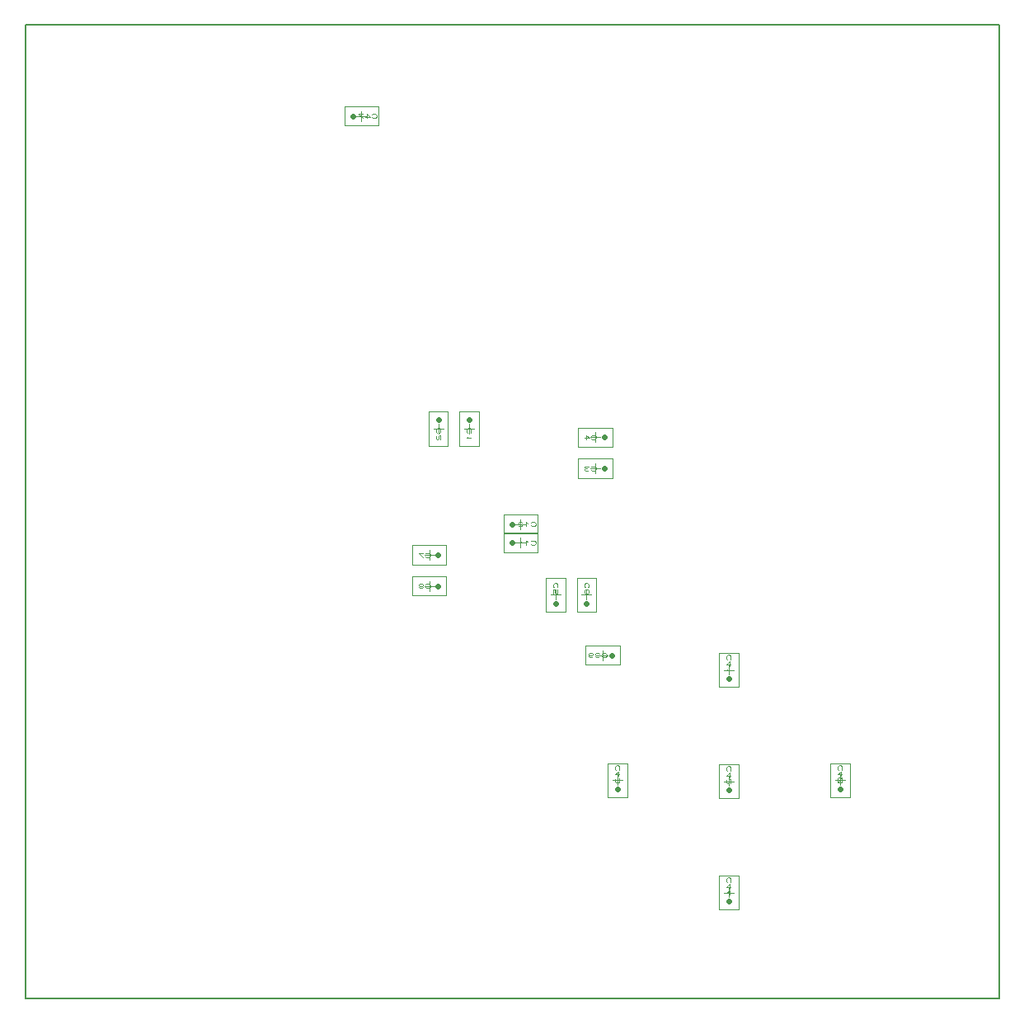
<source format=gbr>
G04 PROTEUS RS274X GERBER FILE*
%FSLAX45Y45*%
%MOMM*%
G01*
%ADD50C,0.203200*%
%ADD100C,0.050000*%
%ADD129C,0.579120*%
%ADD130C,0.072740*%
D50*
X-5000000Y-5000000D02*
X+5000000Y-5000000D01*
X+5000000Y+5000000D01*
X-5000000Y+5000000D01*
X-5000000Y-5000000D01*
D100*
X-344500Y+1027000D02*
X-344500Y+677000D01*
X-544500Y+677000D01*
X-544500Y+1027000D01*
X-344500Y+1027000D01*
X-494500Y+852000D02*
X-394500Y+852000D01*
X-444500Y+802000D02*
X-444500Y+902000D01*
D129*
X-444500Y+942000D02*
X-444500Y+942000D01*
D130*
X-429952Y+810139D02*
X-422678Y+818322D01*
X-422678Y+842872D01*
X-437226Y+859238D01*
X-451774Y+859238D01*
X-466322Y+842872D01*
X-466322Y+818322D01*
X-459048Y+810139D01*
X-451774Y+777406D02*
X-466322Y+761039D01*
X-422678Y+761039D01*
D100*
X-659500Y+1027000D02*
X-659500Y+677000D01*
X-859500Y+677000D01*
X-859500Y+1027000D01*
X-659500Y+1027000D01*
X-809500Y+852000D02*
X-709500Y+852000D01*
X-759500Y+802000D02*
X-759500Y+902000D01*
D129*
X-759500Y+942000D02*
X-759500Y+942000D01*
D130*
X-744952Y+810139D02*
X-737678Y+818322D01*
X-737678Y+842872D01*
X-752226Y+859238D01*
X-766774Y+859238D01*
X-781322Y+842872D01*
X-781322Y+818322D01*
X-774048Y+810139D01*
X-774048Y+785589D02*
X-781322Y+777406D01*
X-781322Y+752856D01*
X-774048Y+744673D01*
X-766774Y+744673D01*
X-759500Y+752856D01*
X-759500Y+777406D01*
X-752226Y+785589D01*
X-737678Y+785589D01*
X-737678Y+744673D01*
D100*
X+1027000Y+344500D02*
X+677000Y+344500D01*
X+677000Y+544500D01*
X+1027000Y+544500D01*
X+1027000Y+344500D01*
X+852000Y+494500D02*
X+852000Y+394500D01*
X+802000Y+444500D02*
X+902000Y+444500D01*
D129*
X+942000Y+444500D02*
X+942000Y+444500D01*
D130*
X+810139Y+429952D02*
X+818322Y+422678D01*
X+842872Y+422678D01*
X+859238Y+437226D01*
X+859238Y+451774D01*
X+842872Y+466322D01*
X+818322Y+466322D01*
X+810139Y+459048D01*
X+785589Y+459048D02*
X+777406Y+466322D01*
X+752856Y+466322D01*
X+744673Y+459048D01*
X+744673Y+451774D01*
X+752856Y+444500D01*
X+744673Y+437226D01*
X+744673Y+429952D01*
X+752856Y+422678D01*
X+777406Y+422678D01*
X+785589Y+429952D01*
X+769223Y+444500D02*
X+752856Y+444500D01*
D100*
X+1027000Y+664500D02*
X+677000Y+664500D01*
X+677000Y+864500D01*
X+1027000Y+864500D01*
X+1027000Y+664500D01*
X+852000Y+814500D02*
X+852000Y+714500D01*
X+802000Y+764500D02*
X+902000Y+764500D01*
D129*
X+942000Y+764500D02*
X+942000Y+764500D01*
D130*
X+810139Y+749952D02*
X+818322Y+742678D01*
X+842872Y+742678D01*
X+859238Y+757226D01*
X+859238Y+771774D01*
X+842872Y+786322D01*
X+818322Y+786322D01*
X+810139Y+779048D01*
X+744673Y+757226D02*
X+793772Y+757226D01*
X+761039Y+786322D01*
X+761039Y+742678D01*
D100*
X+344500Y-1027000D02*
X+344500Y-677000D01*
X+544500Y-677000D01*
X+544500Y-1027000D01*
X+344500Y-1027000D01*
X+494500Y-852000D02*
X+394500Y-852000D01*
X+444500Y-802000D02*
X+444500Y-902000D01*
D129*
X+444500Y-942000D02*
X+444500Y-942000D01*
D130*
X+459048Y-777405D02*
X+466322Y-769222D01*
X+466322Y-744672D01*
X+451774Y-728306D01*
X+437226Y-728306D01*
X+422678Y-744672D01*
X+422678Y-769222D01*
X+429952Y-777405D01*
X+422678Y-842871D02*
X+422678Y-801955D01*
X+437226Y-801955D01*
X+437226Y-834688D01*
X+444500Y-842871D01*
X+459048Y-842871D01*
X+466322Y-834688D01*
X+466322Y-810138D01*
X+459048Y-801955D01*
D100*
X+662000Y-1027000D02*
X+662000Y-677000D01*
X+862000Y-677000D01*
X+862000Y-1027000D01*
X+662000Y-1027000D01*
X+812000Y-852000D02*
X+712000Y-852000D01*
X+762000Y-802000D02*
X+762000Y-902000D01*
D129*
X+762000Y-942000D02*
X+762000Y-942000D01*
D130*
X+776548Y-777405D02*
X+783822Y-769222D01*
X+783822Y-744672D01*
X+769274Y-728306D01*
X+754726Y-728306D01*
X+740178Y-744672D01*
X+740178Y-769222D01*
X+747452Y-777405D01*
X+747452Y-842871D02*
X+740178Y-834688D01*
X+740178Y-810138D01*
X+747452Y-801955D01*
X+776548Y-801955D01*
X+783822Y-810138D01*
X+783822Y-834688D01*
X+776548Y-842871D01*
X+769274Y-842871D01*
X+762000Y-834688D01*
X+762000Y-801955D01*
D100*
X-677000Y-544500D02*
X-1027000Y-544500D01*
X-1027000Y-344500D01*
X-677000Y-344500D01*
X-677000Y-544500D01*
X-852000Y-394500D02*
X-852000Y-494500D01*
X-902000Y-444500D02*
X-802000Y-444500D01*
D129*
X-762000Y-444500D02*
X-762000Y-444500D01*
D130*
X-893861Y-459048D02*
X-885678Y-466322D01*
X-861128Y-466322D01*
X-844762Y-451774D01*
X-844762Y-437226D01*
X-861128Y-422678D01*
X-885678Y-422678D01*
X-893861Y-429952D01*
X-918411Y-422678D02*
X-959327Y-422678D01*
X-959327Y-429952D01*
X-918411Y-466322D01*
D100*
X-677000Y-862000D02*
X-1027000Y-862000D01*
X-1027000Y-662000D01*
X-677000Y-662000D01*
X-677000Y-862000D01*
X-852000Y-712000D02*
X-852000Y-812000D01*
X-902000Y-762000D02*
X-802000Y-762000D01*
D129*
X-762000Y-762000D02*
X-762000Y-762000D01*
D130*
X-893861Y-776548D02*
X-885678Y-783822D01*
X-861128Y-783822D01*
X-844762Y-769274D01*
X-844762Y-754726D01*
X-861128Y-740178D01*
X-885678Y-740178D01*
X-893861Y-747452D01*
X-926594Y-762000D02*
X-918411Y-754726D01*
X-918411Y-747452D01*
X-926594Y-740178D01*
X-951144Y-740178D01*
X-959327Y-747452D01*
X-959327Y-754726D01*
X-951144Y-762000D01*
X-926594Y-762000D01*
X-918411Y-769274D01*
X-918411Y-776548D01*
X-926594Y-783822D01*
X-951144Y-783822D01*
X-959327Y-776548D01*
X-959327Y-769274D01*
X-951144Y-762000D01*
D100*
X+3265500Y-2932000D02*
X+3265500Y-2582000D01*
X+3465500Y-2582000D01*
X+3465500Y-2932000D01*
X+3265500Y-2932000D01*
X+3415500Y-2757000D02*
X+3315500Y-2757000D01*
X+3365500Y-2707000D02*
X+3365500Y-2807000D01*
D129*
X+3365500Y-2847000D02*
X+3365500Y-2847000D01*
D130*
X+3380048Y-2649672D02*
X+3387322Y-2641489D01*
X+3387322Y-2616939D01*
X+3372774Y-2600573D01*
X+3358226Y-2600573D01*
X+3343678Y-2616939D01*
X+3343678Y-2641489D01*
X+3350952Y-2649672D01*
X+3372774Y-2715138D02*
X+3372774Y-2666039D01*
X+3343678Y-2698772D01*
X+3387322Y-2698772D01*
X+3380048Y-2731505D02*
X+3350952Y-2731505D01*
X+3343678Y-2739688D01*
X+3343678Y-2772421D01*
X+3350952Y-2780604D01*
X+3380048Y-2780604D01*
X+3387322Y-2772421D01*
X+3387322Y-2739688D01*
X+3380048Y-2731505D01*
X+3387322Y-2731505D02*
X+3343678Y-2780604D01*
D100*
X+2122500Y-1799500D02*
X+2122500Y-1449500D01*
X+2322500Y-1449500D01*
X+2322500Y-1799500D01*
X+2122500Y-1799500D01*
X+2272500Y-1624500D02*
X+2172500Y-1624500D01*
X+2222500Y-1574500D02*
X+2222500Y-1674500D01*
D129*
X+2222500Y-1714500D02*
X+2222500Y-1714500D01*
D130*
X+2237048Y-1517172D02*
X+2244322Y-1508989D01*
X+2244322Y-1484439D01*
X+2229774Y-1468073D01*
X+2215226Y-1468073D01*
X+2200678Y-1484439D01*
X+2200678Y-1508989D01*
X+2207952Y-1517172D01*
X+2229774Y-1582638D02*
X+2229774Y-1533539D01*
X+2200678Y-1566272D01*
X+2244322Y-1566272D01*
X+2215226Y-1615371D02*
X+2200678Y-1631738D01*
X+2244322Y-1631738D01*
D100*
X+2122500Y-2942500D02*
X+2122500Y-2592500D01*
X+2322500Y-2592500D01*
X+2322500Y-2942500D01*
X+2122500Y-2942500D01*
X+2272500Y-2767500D02*
X+2172500Y-2767500D01*
X+2222500Y-2717500D02*
X+2222500Y-2817500D01*
D129*
X+2222500Y-2857500D02*
X+2222500Y-2857500D01*
D130*
X+2237048Y-2660172D02*
X+2244322Y-2651989D01*
X+2244322Y-2627439D01*
X+2229774Y-2611073D01*
X+2215226Y-2611073D01*
X+2200678Y-2627439D01*
X+2200678Y-2651989D01*
X+2207952Y-2660172D01*
X+2229774Y-2725638D02*
X+2229774Y-2676539D01*
X+2200678Y-2709272D01*
X+2244322Y-2709272D01*
X+2207952Y-2750188D02*
X+2200678Y-2758371D01*
X+2200678Y-2782921D01*
X+2207952Y-2791104D01*
X+2215226Y-2791104D01*
X+2222500Y-2782921D01*
X+2222500Y-2758371D01*
X+2229774Y-2750188D01*
X+2244322Y-2750188D01*
X+2244322Y-2791104D01*
D100*
X+979500Y-2932000D02*
X+979500Y-2582000D01*
X+1179500Y-2582000D01*
X+1179500Y-2932000D01*
X+979500Y-2932000D01*
X+1129500Y-2757000D02*
X+1029500Y-2757000D01*
X+1079500Y-2707000D02*
X+1079500Y-2807000D01*
D129*
X+1079500Y-2847000D02*
X+1079500Y-2847000D01*
D130*
X+1094048Y-2649672D02*
X+1101322Y-2641489D01*
X+1101322Y-2616939D01*
X+1086774Y-2600573D01*
X+1072226Y-2600573D01*
X+1057678Y-2616939D01*
X+1057678Y-2641489D01*
X+1064952Y-2649672D01*
X+1086774Y-2715138D02*
X+1086774Y-2666039D01*
X+1057678Y-2698772D01*
X+1101322Y-2698772D01*
X+1064952Y-2739688D02*
X+1057678Y-2747871D01*
X+1057678Y-2772421D01*
X+1064952Y-2780604D01*
X+1072226Y-2780604D01*
X+1079500Y-2772421D01*
X+1086774Y-2780604D01*
X+1094048Y-2780604D01*
X+1101322Y-2772421D01*
X+1101322Y-2747871D01*
X+1094048Y-2739688D01*
X+1079500Y-2756054D02*
X+1079500Y-2772421D01*
D100*
X+2122500Y-4085500D02*
X+2122500Y-3735500D01*
X+2322500Y-3735500D01*
X+2322500Y-4085500D01*
X+2122500Y-4085500D01*
X+2272500Y-3910500D02*
X+2172500Y-3910500D01*
X+2222500Y-3860500D02*
X+2222500Y-3960500D01*
D129*
X+2222500Y-4000500D02*
X+2222500Y-4000500D01*
D130*
X+2237048Y-3803172D02*
X+2244322Y-3794989D01*
X+2244322Y-3770439D01*
X+2229774Y-3754073D01*
X+2215226Y-3754073D01*
X+2200678Y-3770439D01*
X+2200678Y-3794989D01*
X+2207952Y-3803172D01*
X+2229774Y-3868638D02*
X+2229774Y-3819539D01*
X+2200678Y-3852272D01*
X+2244322Y-3852272D01*
X+2229774Y-3934104D02*
X+2229774Y-3885005D01*
X+2200678Y-3917738D01*
X+2244322Y-3917738D01*
D100*
X+1103200Y-1573200D02*
X+753200Y-1573200D01*
X+753200Y-1373200D01*
X+1103200Y-1373200D01*
X+1103200Y-1573200D01*
X+928200Y-1423200D02*
X+928200Y-1523200D01*
X+878200Y-1473200D02*
X+978200Y-1473200D01*
D129*
X+1018200Y-1473200D02*
X+1018200Y-1473200D01*
D130*
X+919072Y-1487748D02*
X+927255Y-1495022D01*
X+951805Y-1495022D01*
X+968171Y-1480474D01*
X+968171Y-1465926D01*
X+951805Y-1451378D01*
X+927255Y-1451378D01*
X+919072Y-1458652D01*
X+894522Y-1458652D02*
X+886339Y-1451378D01*
X+861789Y-1451378D01*
X+853606Y-1458652D01*
X+853606Y-1465926D01*
X+861789Y-1473200D01*
X+853606Y-1480474D01*
X+853606Y-1487748D01*
X+861789Y-1495022D01*
X+886339Y-1495022D01*
X+894522Y-1487748D01*
X+878156Y-1473200D02*
X+861789Y-1473200D01*
X+788140Y-1465926D02*
X+796323Y-1473200D01*
X+820873Y-1473200D01*
X+829056Y-1465926D01*
X+829056Y-1458652D01*
X+820873Y-1451378D01*
X+796323Y-1451378D01*
X+788140Y-1458652D01*
X+788140Y-1487748D01*
X+796323Y-1495022D01*
X+820873Y-1495022D01*
D100*
X-90000Y-217500D02*
X+260000Y-217500D01*
X+260000Y-417500D01*
X-90000Y-417500D01*
X-90000Y-217500D01*
X+85000Y-367500D02*
X+85000Y-267500D01*
X+135000Y-317500D02*
X+35000Y-317500D01*
D129*
X-5000Y-317500D02*
X-5000Y-317500D01*
D130*
X+192328Y-332048D02*
X+200511Y-339322D01*
X+225061Y-339322D01*
X+241427Y-324774D01*
X+241427Y-310226D01*
X+225061Y-295678D01*
X+200511Y-295678D01*
X+192328Y-302952D01*
X+159595Y-310226D02*
X+143228Y-295678D01*
X+143228Y-339322D01*
X+94129Y-310226D02*
X+77762Y-295678D01*
X+77762Y-339322D01*
D100*
X-90000Y-27000D02*
X+260000Y-27000D01*
X+260000Y-227000D01*
X-90000Y-227000D01*
X-90000Y-27000D01*
X+85000Y-177000D02*
X+85000Y-77000D01*
X+135000Y-127000D02*
X+35000Y-127000D01*
D129*
X-5000Y-127000D02*
X-5000Y-127000D01*
D130*
X+192328Y-141548D02*
X+200511Y-148822D01*
X+225061Y-148822D01*
X+241427Y-134274D01*
X+241427Y-119726D01*
X+225061Y-105178D01*
X+200511Y-105178D01*
X+192328Y-112452D01*
X+159595Y-119726D02*
X+143228Y-105178D01*
X+143228Y-148822D01*
X+102312Y-112452D02*
X+94129Y-105178D01*
X+69579Y-105178D01*
X+61396Y-112452D01*
X+61396Y-119726D01*
X+69579Y-127000D01*
X+94129Y-127000D01*
X+102312Y-134274D01*
X+102312Y-148822D01*
X+61396Y-148822D01*
D100*
X-1725500Y+4164000D02*
X-1375500Y+4164000D01*
X-1375500Y+3964000D01*
X-1725500Y+3964000D01*
X-1725500Y+4164000D01*
X-1550500Y+4014000D02*
X-1550500Y+4114000D01*
X-1500500Y+4064000D02*
X-1600500Y+4064000D01*
D129*
X-1640500Y+4064000D02*
X-1640500Y+4064000D01*
D130*
X-1443172Y+4049452D02*
X-1434989Y+4042178D01*
X-1410439Y+4042178D01*
X-1394073Y+4056726D01*
X-1394073Y+4071274D01*
X-1410439Y+4085822D01*
X-1434989Y+4085822D01*
X-1443172Y+4078548D01*
X-1508638Y+4056726D02*
X-1459539Y+4056726D01*
X-1492272Y+4085822D01*
X-1492272Y+4042178D01*
X-1533188Y+4085822D02*
X-1574104Y+4085822D01*
X-1574104Y+4078548D01*
X-1533188Y+4042178D01*
M02*

</source>
